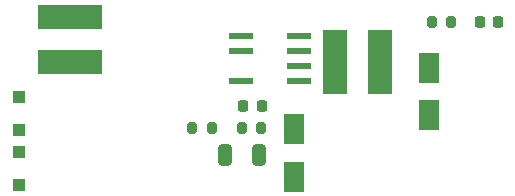
<source format=gbr>
G04 #@! TF.GenerationSoftware,KiCad,Pcbnew,6.0.0-rc1-unknown-c40e921cb3~144~ubuntu20.04.1*
G04 #@! TF.CreationDate,2021-11-22T05:53:21+02:00*
G04 #@! TF.ProjectId,PSU-NONISOLATED,5053552d-4e4f-44e4-9953-4f4c41544544,rev?*
G04 #@! TF.SameCoordinates,Original*
G04 #@! TF.FileFunction,Paste,Top*
G04 #@! TF.FilePolarity,Positive*
%FSLAX46Y46*%
G04 Gerber Fmt 4.6, Leading zero omitted, Abs format (unit mm)*
G04 Created by KiCad (PCBNEW 6.0.0-rc1-unknown-c40e921cb3~144~ubuntu20.04.1) date 2021-11-22 05:53:21*
%MOMM*%
%LPD*%
G01*
G04 APERTURE LIST*
G04 Aperture macros list*
%AMRoundRect*
0 Rectangle with rounded corners*
0 $1 Rounding radius*
0 $2 $3 $4 $5 $6 $7 $8 $9 X,Y pos of 4 corners*
0 Add a 4 corners polygon primitive as box body*
4,1,4,$2,$3,$4,$5,$6,$7,$8,$9,$2,$3,0*
0 Add four circle primitives for the rounded corners*
1,1,$1+$1,$2,$3*
1,1,$1+$1,$4,$5*
1,1,$1+$1,$6,$7*
1,1,$1+$1,$8,$9*
0 Add four rect primitives between the rounded corners*
20,1,$1+$1,$2,$3,$4,$5,0*
20,1,$1+$1,$4,$5,$6,$7,0*
20,1,$1+$1,$6,$7,$8,$9,0*
20,1,$1+$1,$8,$9,$2,$3,0*%
G04 Aperture macros list end*
%ADD10R,1.800000X2.500000*%
%ADD11R,2.150000X5.500000*%
%ADD12RoundRect,0.250000X0.325000X0.650000X-0.325000X0.650000X-0.325000X-0.650000X0.325000X-0.650000X0*%
%ADD13R,1.100000X1.100000*%
%ADD14RoundRect,0.218750X0.218750X0.256250X-0.218750X0.256250X-0.218750X-0.256250X0.218750X-0.256250X0*%
%ADD15RoundRect,0.200000X0.200000X0.275000X-0.200000X0.275000X-0.200000X-0.275000X0.200000X-0.275000X0*%
%ADD16RoundRect,0.225000X-0.225000X-0.250000X0.225000X-0.250000X0.225000X0.250000X-0.225000X0.250000X0*%
%ADD17R,5.500000X2.150000*%
%ADD18RoundRect,0.200000X-0.200000X-0.275000X0.200000X-0.275000X0.200000X0.275000X-0.200000X0.275000X0*%
%ADD19R,2.000000X0.600000*%
G04 APERTURE END LIST*
D10*
X112500000Y-57600000D03*
X112500000Y-61600000D03*
D11*
X115975000Y-51900000D03*
X119825000Y-51900000D03*
D10*
X123900000Y-56382379D03*
X123900000Y-52382379D03*
D12*
X109575000Y-59800000D03*
X106625000Y-59800000D03*
D13*
X89200000Y-54900000D03*
X89200000Y-57700000D03*
X89200000Y-62300000D03*
X89200000Y-59500000D03*
D14*
X129787500Y-48500000D03*
X128212500Y-48500000D03*
D15*
X105525000Y-57500000D03*
X103875000Y-57500000D03*
X125815000Y-48540000D03*
X124165000Y-48540000D03*
D16*
X108225000Y-55600000D03*
X109775000Y-55600000D03*
D17*
X93500000Y-51925000D03*
X93500000Y-48075000D03*
D18*
X108075000Y-57500000D03*
X109725000Y-57500000D03*
D19*
X108004698Y-49695000D03*
X108004698Y-50965000D03*
X108004698Y-53505000D03*
X112904698Y-53505000D03*
X112904698Y-52235000D03*
X112904698Y-50965000D03*
X112904698Y-49695000D03*
M02*

</source>
